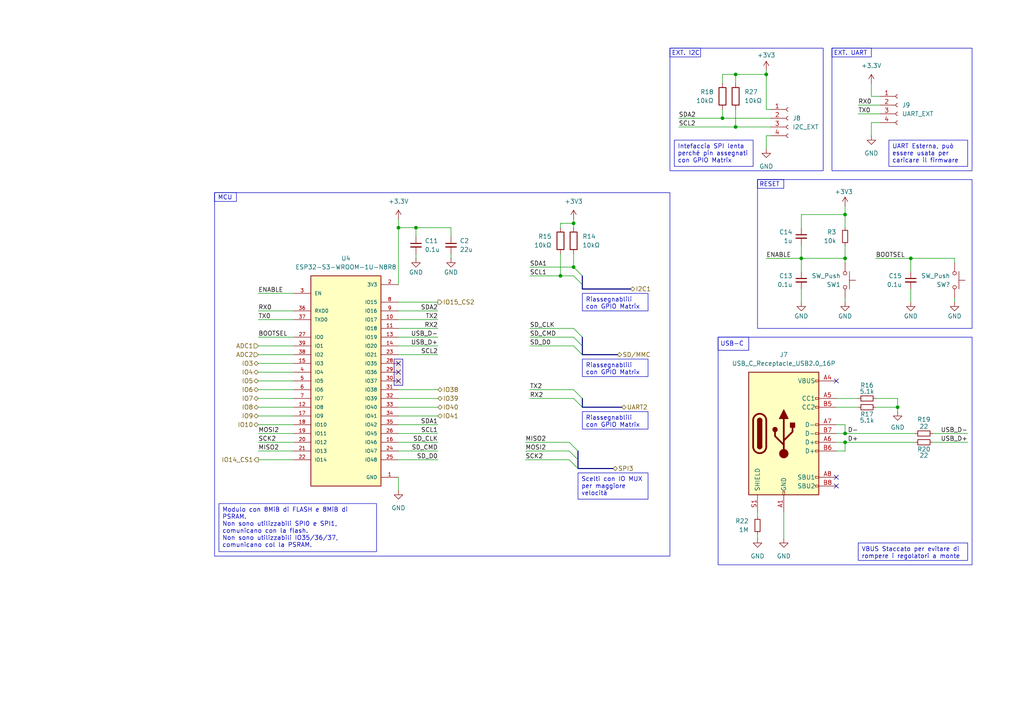
<source format=kicad_sch>
(kicad_sch (version 20250114) (generator "eeschema") (generator_version "9.0")
  (paper "A4")
  (lib_symbols
    (symbol "Connector:Conn_01x04_Socket" (pin_names (offset 1.016) (hide yes))
      (property "Reference" "J" (at 0 5.08 0))
      (property "Value" "Conn_01x04_Socket" (at 0 -7.62 0))
      (symbol "Conn_01x04_Socket_1_1"
        (polyline (pts (xy -1.27 2.54) (xy -0.508 2.54)) (stroke (width 0.1524)))
        (polyline (pts (xy -1.27 0) (xy -0.508 0)) (stroke (width 0.1524)))
        (polyline (pts (xy -1.27 -2.54) (xy -0.508 -2.54)) (stroke (width 0.1524)))
        (polyline (pts (xy -1.27 -5.08) (xy -0.508 -5.08)) (stroke (width 0.1524)))
        (arc (start 0 2.032) (mid -0.5058 2.54) (end 0 3.048) (stroke (width 0.1524)))
        (arc (start 0 -0.508) (mid -0.5058 0) (end 0 0.508) (stroke (width 0.1524)))
        (arc (start 0 -3.048) (mid -0.5058 -2.54) (end 0 -2.032) (stroke (width 0.1524)))
        (arc (start 0 -5.588) (mid -0.5058 -5.08) (end 0 -4.572) (stroke (width 0.1524)))
        (pin passive line (at -5.08 2.54 0) (length 3.81) (name "Pin_1") (number "1"))
        (pin passive line (at -5.08 0 0) (length 3.81) (name "Pin_2") (number "2"))
        (pin passive line (at -5.08 -2.54 0) (length 3.81) (name "Pin_3") (number "3"))
        (pin passive line (at -5.08 -5.08 0) (length 3.81) (name "Pin_4") (number "4"))
      )
    )
    (symbol "Connector:USB_C_Receptacle_USB2.0_16P" (pin_names (offset 1.016))
      (property "Reference" "J" (at 0 22.225 0))
      (property "Value" "USB_C_Receptacle_USB2.0_16P" (at 0 19.685 0))
      (symbol "USB_C_Receptacle_USB2.0_16P_0_0"
        (rectangle (start -0.254 -17.78) (end 0.254 -16.764))
        (rectangle (start 10.16 15.494) (end 9.144 14.986))
        (rectangle (start 10.16 10.414) (end 9.144 9.906))
        (rectangle (start 10.16 7.874) (end 9.144 7.366))
        (rectangle (start 10.16 2.794) (end 9.144 2.286))
        (rectangle (start 10.16 0.254) (end 9.144 -0.254))
        (rectangle (start 10.16 -2.286) (end 9.144 -2.794))
        (rectangle (start 10.16 -4.826) (end 9.144 -5.334))
        (rectangle (start 10.16 -12.446) (end 9.144 -12.954))
        (rectangle (start 10.16 -14.986) (end 9.144 -15.494))
      )
      (symbol "USB_C_Receptacle_USB2.0_16P_0_1"
        (rectangle (start -10.16 17.78) (end 10.16 -17.78) (stroke (width 0.254)) (fill (type background)))
        (polyline (pts (xy -8.89 -3.81) (xy -8.89 3.81)) (stroke (width 0.508)))
        (rectangle (start -7.62 -3.81) (end -6.35 3.81) (stroke (width 0.254)) (fill (type outline)))
        (arc (start -7.62 3.81) (mid -6.985 4.4423) (end -6.35 3.81) (stroke (width 0.254)))
        (arc (start -7.62 3.81) (mid -6.985 4.4423) (end -6.35 3.81) (stroke (width 0.254)) (fill (type outline)))
        (arc (start -8.89 3.81) (mid -6.985 5.7067) (end -5.08 3.81) (stroke (width 0.508)))
        (arc (start -5.08 -3.81) (mid -6.985 -5.7067) (end -8.89 -3.81) (stroke (width 0.508)))
        (arc (start -6.35 -3.81) (mid -6.985 -4.4423) (end -7.62 -3.81) (stroke (width 0.254)))
        (arc (start -6.35 -3.81) (mid -6.985 -4.4423) (end -7.62 -3.81) (stroke (width 0.254)) (fill (type outline)))
        (polyline (pts (xy -5.08 3.81) (xy -5.08 -3.81)) (stroke (width 0.508)))
        (circle (center -2.54 1.143) (radius 0.635) (stroke (width 0.254)) (fill (type outline)))
        (polyline (pts (xy -1.27 4.318) (xy 0 6.858) (xy 1.27 4.318) (xy -1.27 4.318)) (stroke (width 0.254)) (fill (type outline)))
        (polyline (pts (xy 0 -2.032) (xy 2.54 0.508) (xy 2.54 1.778)) (stroke (width 0.508)))
        (polyline (pts (xy 0 -3.302) (xy -2.54 -0.762) (xy -2.54 0.508)) (stroke (width 0.508)))
        (polyline (pts (xy 0 -5.842) (xy 0 4.318)) (stroke (width 0.508)))
        (circle (center 0 -5.842) (radius 1.27) (fill (type outline)))
        (rectangle (start 1.905 1.778) (end 3.175 3.048) (stroke (width 0.254)) (fill (type outline)))
      )
      (symbol "USB_C_Receptacle_USB2.0_16P_1_1"
        (pin passive line (at -7.62 -22.86 90) (length 5.08) (name "SHIELD") (number "S1"))
        (pin passive line (at 0 -22.86 90) (length 5.08) (name "GND") (number "A1"))
        (pin passive line (at 0 -22.86 90) (length 5.08) (hide yes) (name "GND") (number "A12"))
        (pin passive line (at 0 -22.86 90) (length 5.08) (hide yes) (name "GND") (number "B1"))
        (pin passive line (at 0 -22.86 90) (length 5.08) (hide yes) (name "GND") (number "B12"))
        (pin passive line (at 15.24 15.24 180) (length 5.08) (name "VBUS") (number "A4"))
        (pin passive line (at 15.24 15.24 180) (length 5.08) (hide yes) (name "VBUS") (number "A9"))
        (pin passive line (at 15.24 15.24 180) (length 5.08) (hide yes) (name "VBUS") (number "B4"))
        (pin passive line (at 15.24 15.24 180) (length 5.08) (hide yes) (name "VBUS") (number "B9"))
        (pin bidirectional line (at 15.24 10.16 180) (length 5.08) (name "CC1") (number "A5"))
        (pin bidirectional line (at 15.24 7.62 180) (length 5.08) (name "CC2") (number "B5"))
        (pin bidirectional line (at 15.24 2.54 180) (length 5.08) (name "D-") (number "A7"))
        (pin bidirectional line (at 15.24 0 180) (length 5.08) (name "D-") (number "B7"))
        (pin bidirectional line (at 15.24 -2.54 180) (length 5.08) (name "D+") (number "A6"))
        (pin bidirectional line (at 15.24 -5.08 180) (length 5.08) (name "D+") (number "B6"))
        (pin bidirectional line (at 15.24 -12.7 180) (length 5.08) (name "SBU1") (number "A8"))
        (pin bidirectional line (at 15.24 -15.24 180) (length 5.08) (name "SBU2") (number "B8"))
      )
    )
    (symbol "Device:C_Small" (pin_numbers (hide yes)) (pin_names (offset 0.254) (hide yes))
      (property "Reference" "C" (at 0.254 1.778 0))
      (property "Value" "C_Small" (at 0.254 -2.032 0))
      (symbol "C_Small_0_1"
        (polyline (pts (xy -1.524 0.508) (xy 1.524 0.508)) (stroke (width 0.3048)))
        (polyline (pts (xy -1.524 -0.508) (xy 1.524 -0.508)) (stroke (width 0.3302)))
      )
      (symbol "C_Small_1_1"
        (pin passive line (at 0 2.54 270) (length 2.032) (name "~") (number "1"))
        (pin passive line (at 0 -2.54 90) (length 2.032) (name "~") (number "2"))
      )
    )
    (symbol "Device:R" (pin_numbers (hide yes)) (pin_names (offset 0))
      (property "Reference" "R" (at 2.032 0 90))
      (property "Value" "R" (at 0 0 90))
      (symbol "R_0_1"
        (rectangle (start -1.016 -2.54) (end 1.016 2.54) (stroke (width 0.254)))
      )
      (symbol "R_1_1"
        (pin passive line (at 0 3.81 270) (length 1.27) (name "~") (number "1"))
        (pin passive line (at 0 -3.81 90) (length 1.27) (name "~") (number "2"))
      )
    )
    (symbol "Device:R_Small" (pin_numbers (hide yes)) (pin_names (offset 0.254) (hide yes))
      (property "Reference" "R" (at 0 0 90))
      (property "Value" "R_Small" (at 1.778 0 90))
      (symbol "R_Small_0_1"
        (rectangle (start -0.762 1.778) (end 0.762 -1.778) (stroke (width 0.2032)))
      )
      (symbol "R_Small_1_1"
        (pin passive line (at 0 2.54 270) (length 0.762) (name "~") (number "1"))
        (pin passive line (at 0 -2.54 90) (length 0.762) (name "~") (number "2"))
      )
    )
    (symbol "ESP32-S3-WROOM-1U-N8R8_1" (pin_names (offset 1.016))
      (property "Reference" "U" (at -10.16 31.242 0))
      (property "Value" "ESP32-S3-WROOM-1U-N8R8" (at -10.16 -33.02 0))
      (symbol "ESP32-S3-WROOM-1U-N8R8_1_0_0"
        (rectangle (start -10.16 -30.48) (end 10.16 30.48) (stroke (width 0.254)) (fill (type background)))
        (pin input line (at -15.24 25.4 0) (length 5.08) (name "EN") (number "3"))
        (pin bidirectional line (at -15.24 20.32 0) (length 5.08) (name "RXD0") (number "36"))
        (pin bidirectional line (at -15.24 17.78 0) (length 5.08) (name "TXD0") (number "37"))
        (pin bidirectional line (at -15.24 12.7 0) (length 5.08) (name "IO0") (number "27"))
        (pin bidirectional line (at -15.24 10.16 0) (length 5.08) (name "IO1") (number "39"))
        (pin bidirectional line (at -15.24 7.62 0) (length 5.08) (name "IO2") (number "38"))
        (pin bidirectional line (at -15.24 5.08 0) (length 5.08) (name "IO3") (number "15"))
        (pin bidirectional line (at -15.24 2.54 0) (length 5.08) (name "IO4") (number "4"))
        (pin bidirectional line (at -15.24 0 0) (length 5.08) (name "IO5") (number "5"))
        (pin bidirectional line (at -15.24 -2.54 0) (length 5.08) (name "IO6") (number "6"))
        (pin bidirectional line (at -15.24 -5.08 0) (length 5.08) (name "IO7") (number "7"))
        (pin bidirectional line (at -15.24 -7.62 0) (length 5.08) (name "IO8") (number "12"))
        (pin bidirectional line (at -15.24 -10.16 0) (length 5.08) (name "IO9") (number "17"))
        (pin bidirectional line (at -15.24 -12.7 0) (length 5.08) (name "IO10") (number "18"))
        (pin bidirectional line (at -15.24 -15.24 0) (length 5.08) (name "IO11") (number "19"))
        (pin bidirectional line (at -15.24 -17.78 0) (length 5.08) (name "IO12") (number "20"))
        (pin bidirectional line (at -15.24 -20.32 0) (length 5.08) (name "IO13") (number "21"))
        (pin bidirectional line (at -15.24 -22.86 0) (length 5.08) (name "IO14") (number "22"))
        (pin power_in line (at 15.24 27.94 180) (length 5.08) (name "3V3") (number "2"))
        (pin bidirectional line (at 15.24 22.86 180) (length 5.08) (name "IO15") (number "8"))
        (pin bidirectional line (at 15.24 20.32 180) (length 5.08) (name "IO16") (number "9"))
        (pin bidirectional line (at 15.24 17.78 180) (length 5.08) (name "IO17") (number "10"))
        (pin bidirectional line (at 15.24 15.24 180) (length 5.08) (name "IO18") (number "11"))
        (pin bidirectional line (at 15.24 12.7 180) (length 5.08) (name "IO19") (number "13"))
        (pin bidirectional line (at 15.24 10.16 180) (length 5.08) (name "IO20") (number "14"))
        (pin bidirectional line (at 15.24 7.62 180) (length 5.08) (name "IO21") (number "23"))
        (pin bidirectional line (at 15.24 5.08 180) (length 5.08) (name "IO35") (number "28"))
        (pin bidirectional line (at 15.24 2.54 180) (length 5.08) (name "IO36") (number "29"))
        (pin bidirectional line (at 15.24 0 180) (length 5.08) (name "IO37") (number "30"))
        (pin bidirectional line (at 15.24 -2.54 180) (length 5.08) (name "IO38") (number "31"))
        (pin bidirectional line (at 15.24 -5.08 180) (length 5.08) (name "IO39") (number "32"))
        (pin bidirectional line (at 15.24 -7.62 180) (length 5.08) (name "IO40") (number "33"))
        (pin bidirectional line (at 15.24 -10.16 180) (length 5.08) (name "IO41") (number "34"))
        (pin bidirectional line (at 15.24 -12.7 180) (length 5.08) (name "IO42") (number "35"))
        (pin bidirectional line (at 15.24 -15.24 180) (length 5.08) (name "IO45") (number "26"))
        (pin bidirectional line (at 15.24 -17.78 180) (length 5.08) (name "IO46") (number "16"))
        (pin bidirectional line (at 15.24 -20.32 180) (length 5.08) (name "IO47") (number "24"))
        (pin bidirectional line (at 15.24 -22.86 180) (length 5.08) (name "IO48") (number "25"))
        (pin power_in line (at 15.24 -27.94 180) (length 5.08) (name "GND") (number "1"))
        (pin power_in line (at 15.24 -27.94 180) (length 5.08) (hide yes) (name "GND") (number "40"))
        (pin power_in line (at 15.24 -27.94 180) (length 5.08) (hide yes) (name "GND") (number "41_1"))
        (pin power_in line (at 15.24 -27.94 180) (length 5.08) (hide yes) (name "GND") (number "41_2"))
        (pin power_in line (at 15.24 -27.94 180) (length 5.08) (hide yes) (name "GND") (number "41_3"))
        (pin power_in line (at 15.24 -27.94 180) (length 5.08) (hide yes) (name "GND") (number "41_4"))
        (pin power_in line (at 15.24 -27.94 180) (length 5.08) (hide yes) (name "GND") (number "41_5"))
        (pin power_in line (at 15.24 -27.94 180) (length 5.08) (hide yes) (name "GND") (number "41_6"))
        (pin power_in line (at 15.24 -27.94 180) (length 5.08) (hide yes) (name "GND") (number "41_7"))
        (pin power_in line (at 15.24 -27.94 180) (length 5.08) (hide yes) (name "GND") (number "41_8"))
        (pin power_in line (at 15.24 -27.94 180) (length 5.08) (hide yes) (name "GND") (number "41_9"))
      )
    )
    (symbol "Switch:SW_Push" (pin_numbers (hide yes)) (pin_names (offset 1.016) (hide yes))
      (property "Reference" "SW" (at 1.27 2.54 0))
      (property "Value" "SW_Push" (at 0 -1.524 0))
      (symbol "SW_Push_0_1"
        (circle (center -2.032 0) (radius 0.508))
        (polyline (pts (xy 0 1.27) (xy 0 3.048)))
        (circle (center 2.032 0) (radius 0.508))
        (polyline (pts (xy 2.54 1.27) (xy -2.54 1.27)))
        (pin passive line (at -5.08 0 0) (length 2.54) (name "1") (number "1"))
        (pin passive line (at 5.08 0 180) (length 2.54) (name "2") (number "2"))
      )
    )
    (symbol "power:+3.3V" (power) (pin_numbers (hide yes)) (pin_names (offset 0) (hide yes))
      (property "Value" "+3.3V" (at 0 3.556 0))
      (symbol "+3.3V_0_1"
        (polyline (pts (xy -0.762 1.27) (xy 0 2.54)))
        (polyline (pts (xy 0 2.54) (xy 0.762 1.27)))
        (polyline (pts (xy 0 0) (xy 0 2.54)))
      )
      (symbol "+3.3V_1_1"
        (pin power_in line (at 0 0 90) (length 0) (name "~") (number "1"))
      )
    )
    (symbol "power:+3V3" (power) (pin_numbers (hide yes)) (pin_names (offset 0) (hide yes))
      (property "Value" "+3V3" (at 0 3.556 0))
      (symbol "+3V3_0_1"
        (polyline (pts (xy -0.762 1.27) (xy 0 2.54)))
        (polyline (pts (xy 0 2.54) (xy 0.762 1.27)))
        (polyline (pts (xy 0 0) (xy 0 2.54)))
      )
      (symbol "+3V3_1_1"
        (pin power_in line (at 0 0 90) (length 0) (name "~") (number "1"))
      )
    )
    (symbol "power:GND" (power) (pin_numbers (hide yes)) (pin_names (offset 0) (hide yes))
      (property "Value" "GND" (at 0 -3.81 0))
      (symbol "GND_0_1"
        (polyline (pts (xy 0 0) (xy 0 -1.27) (xy 1.27 -1.27) (xy 0 -2.54) (xy -1.27 -1.27) (xy 0 -1.27)))
      )
      (symbol "GND_1_1"
        (pin power_in line (at 0 0 270) (length 0) (name "~") (number "1"))
      )
    )
  )
  (rectangle (start 241.3 13.97) (end 252.73 16.51))
  (rectangle (start 194.31 13.97) (end 203.2 16.51))
  (rectangle (start 62.23 55.88) (end 194.31 161.29))
  (rectangle (start 241.3 13.97) (end 281.94 49.53))
  (rectangle (start 219.71 52.07) (end 227.33 54.61))
  (rectangle (start 219.71 52.07) (end 281.94 95.25))
  (rectangle (start 194.31 13.97) (end 238.76 49.53))
  (rectangle (start 208.28 97.79) (end 281.94 163.83))
  (rectangle (start 208.28 97.79) (end 217.17 101.6))
  (rectangle (start 114.3 104.14) (end 116.84 111.76) (fill (type color) (color 204 102 0 0.15)))
  (rectangle (start 62.23 55.88) (end 68.58 58.42))
  (text "RESET" (at 220.218 53.594 0) (effects (font (size 1.27 1.27)) (justify left)))
  (text "EXT. I2C" (at 194.818 15.494 0) (effects (font (size 1.27 1.27)) (justify left)))
  (text "USB-C" (at 212.344 99.822 0) (effects (font (size 1.27 1.27))))
  (text "MCU" (at 65.278 57.404 0) (effects (font (size 1.27 1.27))))
  (text "EXT. UART" (at 241.808 15.494 0) (effects (font (size 1.27 1.27)) (justify left)))
  (text_box "UART Esterna, può essere usata per caricare il firmware" (at 257.81 40.64 0) (size 22.86 7.62) (margins 0.9525 0.9525 0.9525 0.9525) (effects (font (size 1.27 1.27)) (justify left top)))
  (text_box "VBUS Staccato per evitare di rompere i regolatori a monte\n" (at 248.92 157.48 0) (size 31.75 5.08) (margins 0.9525 0.9525 0.9525 0.9525) (effects (font (size 1.27 1.27)) (justify left top)))
  (text_box "Riassegnablili con GPIO Matrix" (at 168.91 104.14 0) (size 19.05 5.08) (margins 0.9525 0.9525 0.9525 0.9525) (effects (font (size 1.27 1.27)) (justify left top)))
  (text_box "Intefaccia SPI lenta perché pin assegnati con GPIO Matrix" (at 195.58 40.64 0) (size 22.86 7.62) (margins 0.9525 0.9525 0.9525 0.9525) (effects (font (size 1.27 1.27)) (justify left top)))
  (text_box "Riassegnablili con GPIO Matrix" (at 168.91 85.09 0) (size 19.05 5.08) (margins 0.9525 0.9525 0.9525 0.9525) (effects (font (size 1.27 1.27)) (justify left top)))
  (text_box "Scelti con IO MUX per maggiore velocità" (at 167.64 137.16 0) (size 20.32 7.62) (margins 0.9525 0.9525 0.9525 0.9525) (effects (font (size 1.27 1.27)) (justify left top)))
  (text_box "Riassegnablili con GPIO Matrix" (at 168.91 119.38 0) (size 19.05 5.08) (margins 0.9525 0.9525 0.9525 0.9525) (effects (font (size 1.27 1.27)) (justify left top)))
  (text_box "Modulo con 8MiB di FLASH e 8MiB di PSRAM.\nNon sono utilizzabili SPI0 e SPI1, comunicano con la flash.\nNon sono utilizzabili IO35/36/37, comunicano col la PSRAM.\n" (at 63.5 146.05 0) (size 45.72 13.97) (margins 0.9525 0.9525 0.9525 0.9525) (effects (font (size 1.27 1.27)) (justify left top)))
  (junction (at 264.16 74.93))
  (junction (at 232.41 74.93))
  (junction (at 115.57 66.04))
  (junction (at 209.55 34.29))
  (junction (at 213.36 36.83))
  (junction (at 166.37 64.77))
  (junction (at 245.11 128.27))
  (junction (at 213.36 21.59))
  (junction (at 245.11 62.23))
  (junction (at 260.35 118.11))
  (junction (at 120.65 66.04))
  (junction (at 222.25 21.59))
  (junction (at 245.11 74.93))
  (junction (at 166.37 77.47))
  (junction (at 162.56 80.01))
  (junction (at 245.11 125.73))
  (no_connect (at 242.57 110.49))
  (no_connect (at 115.57 110.49))
  (no_connect (at 115.57 105.41))
  (no_connect (at 242.57 138.43))
  (no_connect (at 115.57 107.95))
  (no_connect (at 242.57 140.97))
  (bus_entry (at 166.37 95.25) (size 2.54 2.54))
  (bus_entry (at 165.1 130.81) (size 2.54 2.54))
  (bus_entry (at 165.1 133.35) (size 2.54 2.54))
  (bus_entry (at 166.37 97.79) (size 2.54 2.54))
  (bus_entry (at 166.37 115.57) (size 2.54 2.54))
  (bus_entry (at 166.37 113.03) (size 2.54 2.54))
  (bus_entry (at 166.37 77.47) (size 2.54 2.54))
  (bus_entry (at 166.37 100.33) (size 2.54 2.54))
  (bus_entry (at 166.37 80.01) (size 2.54 2.54))
  (bus_entry (at 165.1 128.27) (size 2.54 2.54))
  (wire (pts (xy 130.81 74.93) (xy 130.81 73.66)))
  (wire (pts (xy 74.93 107.95) (xy 85.09 107.95)))
  (wire (pts (xy 222.25 74.93) (xy 232.41 74.93)))
  (wire (pts (xy 74.93 90.17) (xy 85.09 90.17)))
  (wire (pts (xy 213.36 21.59) (xy 222.25 21.59)))
  (wire (pts (xy 115.57 125.73) (xy 127 125.73)))
  (wire (pts (xy 245.11 62.23) (xy 245.11 66.04)))
  (wire (pts (xy 245.11 125.73) (xy 265.43 125.73)))
  (wire (pts (xy 115.57 120.65) (xy 127 120.65)))
  (wire (pts (xy 115.57 95.25) (xy 127 95.25)))
  (wire (pts (xy 252.73 35.56) (xy 252.73 39.37)))
  (bus (pts (xy 168.91 115.57) (xy 168.91 118.11)))
  (wire (pts (xy 232.41 74.93) (xy 232.41 78.74)))
  (wire (pts (xy 232.41 62.23) (xy 245.11 62.23)))
  (wire (pts (xy 222.25 21.59) (xy 222.25 20.32)))
  (wire (pts (xy 127 87.63) (xy 115.57 87.63)))
  (wire (pts (xy 152.4 133.35) (xy 165.1 133.35)))
  (wire (pts (xy 213.36 31.75) (xy 213.36 36.83)))
  (wire (pts (xy 245.11 125.73) (xy 245.11 123.19)))
  (wire (pts (xy 242.57 118.11) (xy 248.92 118.11)))
  (wire (pts (xy 74.93 118.11) (xy 85.09 118.11)))
  (wire (pts (xy 222.25 39.37) (xy 222.25 43.18)))
  (wire (pts (xy 153.67 95.25) (xy 166.37 95.25)))
  (wire (pts (xy 115.57 113.03) (xy 127 113.03)))
  (wire (pts (xy 166.37 64.77) (xy 166.37 66.04)))
  (wire (pts (xy 255.27 27.94) (xy 252.73 27.94)))
  (wire (pts (xy 232.41 71.12) (xy 232.41 74.93)))
  (wire (pts (xy 74.93 110.49) (xy 85.09 110.49)))
  (wire (pts (xy 162.56 64.77) (xy 162.56 66.04)))
  (wire (pts (xy 254 118.11) (xy 260.35 118.11)))
  (bus (pts (xy 177.8 135.89) (xy 167.64 135.89)))
  (wire (pts (xy 252.73 24.13) (xy 252.73 27.94)))
  (wire (pts (xy 248.92 30.48) (xy 255.27 30.48)))
  (wire (pts (xy 276.86 87.63) (xy 276.86 86.36)))
  (wire (pts (xy 120.65 74.93) (xy 120.65 73.66)))
  (wire (pts (xy 74.93 123.19) (xy 85.09 123.19)))
  (wire (pts (xy 245.11 123.19) (xy 242.57 123.19)))
  (wire (pts (xy 222.25 31.75) (xy 222.25 21.59)))
  (bus (pts (xy 168.91 100.33) (xy 168.91 102.87)))
  (wire (pts (xy 74.93 130.81) (xy 85.09 130.81)))
  (wire (pts (xy 242.57 125.73) (xy 245.11 125.73)))
  (wire (pts (xy 213.36 21.59) (xy 213.36 24.13)))
  (wire (pts (xy 74.93 100.33) (xy 85.09 100.33)))
  (wire (pts (xy 219.71 154.94) (xy 219.71 156.21)))
  (wire (pts (xy 232.41 66.04) (xy 232.41 62.23)))
  (wire (pts (xy 245.11 74.93) (xy 245.11 76.2)))
  (wire (pts (xy 120.65 66.04) (xy 130.81 66.04)))
  (wire (pts (xy 153.67 115.57) (xy 166.37 115.57)))
  (wire (pts (xy 242.57 115.57) (xy 248.92 115.57)))
  (wire (pts (xy 260.35 115.57) (xy 260.35 118.11)))
  (wire (pts (xy 115.57 92.71) (xy 127 92.71)))
  (wire (pts (xy 245.11 71.12) (xy 245.11 74.93)))
  (wire (pts (xy 153.67 113.03) (xy 166.37 113.03)))
  (wire (pts (xy 209.55 21.59) (xy 209.55 24.13)))
  (wire (pts (xy 74.93 115.57) (xy 85.09 115.57)))
  (wire (pts (xy 115.57 130.81) (xy 127 130.81)))
  (wire (pts (xy 115.57 123.19) (xy 127 123.19)))
  (wire (pts (xy 264.16 74.93) (xy 276.86 74.93)))
  (wire (pts (xy 115.57 90.17) (xy 127 90.17)))
  (wire (pts (xy 255.27 35.56) (xy 252.73 35.56)))
  (wire (pts (xy 245.11 128.27) (xy 242.57 128.27)))
  (wire (pts (xy 74.93 85.09) (xy 85.09 85.09)))
  (wire (pts (xy 152.4 128.27) (xy 165.1 128.27)))
  (bus (pts (xy 168.91 97.79) (xy 168.91 100.33)))
  (wire (pts (xy 196.85 34.29) (xy 209.55 34.29)))
  (bus (pts (xy 168.91 80.01) (xy 168.91 82.55)))
  (wire (pts (xy 115.57 115.57) (xy 127 115.57)))
  (wire (pts (xy 219.71 149.86) (xy 219.71 148.59)))
  (wire (pts (xy 166.37 80.01) (xy 162.56 80.01)))
  (wire (pts (xy 162.56 80.01) (xy 153.67 80.01)))
  (wire (pts (xy 166.37 64.77) (xy 162.56 64.77)))
  (wire (pts (xy 260.35 118.11) (xy 260.35 119.38)))
  (bus (pts (xy 180.34 118.11) (xy 168.91 118.11)))
  (wire (pts (xy 74.93 102.87) (xy 85.09 102.87)))
  (wire (pts (xy 254 115.57) (xy 260.35 115.57)))
  (wire (pts (xy 166.37 63.5) (xy 166.37 64.77)))
  (wire (pts (xy 223.52 39.37) (xy 222.25 39.37)))
  (wire (pts (xy 74.93 125.73) (xy 85.09 125.73)))
  (bus (pts (xy 182.88 83.82) (xy 168.91 83.82)))
  (wire (pts (xy 276.86 74.93) (xy 276.86 76.2)))
  (wire (pts (xy 196.85 36.83) (xy 213.36 36.83)))
  (wire (pts (xy 264.16 74.93) (xy 264.16 78.74)))
  (wire (pts (xy 115.57 66.04) (xy 120.65 66.04)))
  (wire (pts (xy 223.52 31.75) (xy 222.25 31.75)))
  (wire (pts (xy 227.33 148.59) (xy 227.33 156.21)))
  (wire (pts (xy 232.41 83.82) (xy 232.41 87.63)))
  (wire (pts (xy 74.93 128.27) (xy 85.09 128.27)))
  (wire (pts (xy 153.67 100.33) (xy 166.37 100.33)))
  (wire (pts (xy 115.57 66.04) (xy 115.57 63.5)))
  (wire (pts (xy 245.11 59.69) (xy 245.11 62.23)))
  (wire (pts (xy 242.57 130.81) (xy 245.11 130.81)))
  (wire (pts (xy 166.37 73.66) (xy 166.37 77.47)))
  (wire (pts (xy 152.4 130.81) (xy 165.1 130.81)))
  (wire (pts (xy 74.93 120.65) (xy 85.09 120.65)))
  (wire (pts (xy 85.09 97.79) (xy 74.93 97.79)))
  (bus (pts (xy 167.64 130.81) (xy 167.64 133.35)))
  (wire (pts (xy 115.57 100.33) (xy 127 100.33)))
  (wire (pts (xy 245.11 87.63) (xy 245.11 86.36)))
  (wire (pts (xy 264.16 83.82) (xy 264.16 87.63)))
  (wire (pts (xy 270.51 125.73) (xy 280.67 125.73)))
  (wire (pts (xy 74.93 133.35) (xy 85.09 133.35)))
  (wire (pts (xy 115.57 97.79) (xy 127 97.79)))
  (wire (pts (xy 115.57 138.43) (xy 115.57 142.24)))
  (wire (pts (xy 209.55 34.29) (xy 223.52 34.29)))
  (bus (pts (xy 168.91 82.55) (xy 168.91 83.82)))
  (wire (pts (xy 115.57 118.11) (xy 127 118.11)))
  (wire (pts (xy 213.36 36.83) (xy 223.52 36.83)))
  (wire (pts (xy 209.55 31.75) (xy 209.55 34.29)))
  (wire (pts (xy 130.81 68.58) (xy 130.81 66.04)))
  (wire (pts (xy 254 74.93) (xy 264.16 74.93)))
  (wire (pts (xy 248.92 33.02) (xy 255.27 33.02)))
  (wire (pts (xy 245.11 130.81) (xy 245.11 128.27)))
  (wire (pts (xy 115.57 133.35) (xy 127 133.35)))
  (wire (pts (xy 270.51 128.27) (xy 280.67 128.27)))
  (wire (pts (xy 232.41 74.93) (xy 245.11 74.93)))
  (wire (pts (xy 115.57 102.87) (xy 127 102.87)))
  (wire (pts (xy 115.57 128.27) (xy 127 128.27)))
  (wire (pts (xy 166.37 77.47) (xy 153.67 77.47)))
  (wire (pts (xy 153.67 97.79) (xy 166.37 97.79)))
  (wire (pts (xy 245.11 128.27) (xy 265.43 128.27)))
  (wire (pts (xy 74.93 92.71) (xy 85.09 92.71)))
  (wire (pts (xy 209.55 21.59) (xy 213.36 21.59)))
  (wire (pts (xy 74.93 105.41) (xy 85.09 105.41)))
  (bus (pts (xy 179.07 102.87) (xy 168.91 102.87)))
  (wire (pts (xy 74.93 113.03) (xy 85.09 113.03)))
  (wire (pts (xy 115.57 82.55) (xy 115.57 66.04)))
  (wire (pts (xy 120.65 68.58) (xy 120.65 66.04)))
  (wire (pts (xy 162.56 73.66) (xy 162.56 80.01)))
  (bus (pts (xy 167.64 133.35) (xy 167.64 135.89)))
  (label "TX0" (at 248.92 33.02 0))
  (label "SD_D0" (at 127 133.35 180))
  (label "MISO2" (at 152.4 128.27 0))
  (label "MISO2" (at 74.93 130.81 0))
  (label "MOSI2" (at 74.93 125.73 0))
  (label "BOOTSEL" (at 254 74.93 0))
  (label "BOOTSEL" (at 74.93 97.79 0))
  (label "ENABLE" (at 74.93 85.09 0))
  (label "RX2" (at 127 95.25 180))
  (label "USB_D-" (at 127 97.79 180))
  (label "SD_CMD" (at 153.67 97.79 0))
  (label "SD_CLK" (at 153.67 95.25 0))
  (label "SDA1" (at 153.67 77.47 0))
  (label "SDA2" (at 127 90.17 180))
  (label "SD_CMD" (at 127 130.81 180))
  (label "TX2" (at 127 92.71 180))
  (label "SCL2" (at 196.85 36.83 0))
  (label "TX2" (at 153.67 113.03 0))
  (label "SCL1" (at 153.67 80.01 0))
  (label "TX0" (at 74.93 92.71 0))
  (label "SDA2" (at 196.85 34.29 0))
  (label "USB_D+" (at 127 100.33 180))
  (label "RX2" (at 153.67 115.57 0))
  (label "RX0" (at 248.92 30.48 0))
  (label "D-" (at 248.92 125.73 180))
  (label "SDA1" (at 127 123.19 180))
  (label "SD_D0" (at 153.67 100.33 0))
  (label "SCK2" (at 74.93 128.27 0))
  (label "SD_CLK" (at 127 128.27 180))
  (label "SCL2" (at 127 102.87 180))
  (label "SCL1" (at 127 125.73 180))
  (label "D+" (at 248.92 128.27 180))
  (label "MOSI2" (at 152.4 130.81 0))
  (label "USB_D+" (at 280.67 128.27 180))
  (label "ENABLE" (at 222.25 74.93 0))
  (label "USB_D-" (at 280.67 125.73 180))
  (label "RX0" (at 74.93 90.17 0))
  (label "SCK2" (at 152.4 133.35 0))
  (hierarchical_label "IO40" (shape bidirectional) (at 127 118.11 0))
  (hierarchical_label "IO41" (shape bidirectional) (at 127 120.65 0))
  (hierarchical_label "IO4" (shape bidirectional) (at 74.93 107.95 180))
  (hierarchical_label "IO39" (shape bidirectional) (at 127 115.57 0))
  (hierarchical_label "ADC1" (shape input) (at 74.93 100.33 180))
  (hierarchical_label "IO7" (shape bidirectional) (at 74.93 115.57 180))
  (hierarchical_label "SD{slash}MMC" (shape bidirectional) (at 179.07 102.87 0))
  (hierarchical_label "IO10" (shape bidirectional) (at 74.93 123.19 180))
  (hierarchical_label "IO3" (shape bidirectional) (at 74.93 105.41 180))
  (hierarchical_label "IO6" (shape bidirectional) (at 74.93 113.03 180))
  (hierarchical_label "IO5" (shape bidirectional) (at 74.93 110.49 180))
  (hierarchical_label "IO38" (shape bidirectional) (at 127 113.03 0))
  (hierarchical_label "UART2" (shape bidirectional) (at 180.34 118.11 0))
  (hierarchical_label "IO9" (shape bidirectional) (at 74.93 120.65 180))
  (hierarchical_label "ADC2" (shape input) (at 74.93 102.87 180))
  (hierarchical_label "IO14_CS1" (shape output) (at 74.93 133.35 180))
  (hierarchical_label "I2C1" (shape bidirectional) (at 182.88 83.82 0))
  (hierarchical_label "SPI3" (shape bidirectional) (at 177.8 135.89 0))
  (hierarchical_label "IO15_CS2" (shape output) (at 127 87.63 0))
  (hierarchical_label "IO8" (shape bidirectional) (at 74.93 118.11 180))
  (symbol (lib_id "power:GND") (at 219.71 156.21 0) (unit 1)
    (property "Reference" "#PWR031" (effects (hide yes)))
    (property "Value" "GND" (at 219.71 161.29 0))
    (property "Description" "Power symbol creates a global label with name \"GND\" , ground" (effects (hide yes)))
  )
  (symbol (lib_id "power:+3V3") (at 222.25 20.32 0) (mirror y) (unit 1)
    (property "Reference" "#PWR065" (effects (hide yes)))
    (property "Value" "+3V3" (at 222.25 16.002 0))
    (property "Description" "Power symbol creates a global label with name \"+3V3\"" (effects (hide yes)))
  )
  (symbol (lib_id "power:GND") (at 245.11 87.63 0) (mirror y) (unit 1)
    (property "Reference" "#PWR048" (effects (hide yes)))
    (property "Value" "GND" (at 245.11 91.694 0))
    (property "Description" "Power symbol creates a global label with name \"GND\" , ground" (effects (hide yes)))
  )
  (symbol (lib_id "Device:R_Small") (at 251.46 115.57 270) (mirror x) (unit 1)
    (property "Reference" "R16" (at 251.46 111.76 90))
    (property "Value" "5.1k" (at 251.46 113.538 90))
    (property "Footprint" "Resistor_SMD:R_0603_1608Metric_Pad0.98x0.95mm_HandSolder" (effects (hide yes)))
    (property "Description" "Resistor, small symbol" (effects (hide yes)))
  )
  (symbol (lib_id "power:+3.3V") (at 252.73 24.13 0) (mirror y) (unit 1)
    (property "Reference" "#PWR030" (effects (hide yes)))
    (property "Value" "+3.3V" (at 252.73 19.05 0))
    (property "Description" "Power symbol creates a global label with name \"+3.3V\"" (effects (hide yes)))
  )
  (symbol (lib_id "Device:C_Small") (at 120.65 71.12 0) (unit 1)
    (property "Reference" "C11" (at 123.19 69.8562 0) (effects (justify left)))
    (property "Value" "0.1u" (at 123.19 72.3962 0) (effects (justify left)))
    (property "Footprint" "Capacitor_SMD:C_0603_1608Metric_Pad1.08x0.95mm_HandSolder" (effects (hide yes)))
    (property "Description" "Unpolarized capacitor, small symbol" (effects (hide yes)))
  )
  (symbol (lib_id "Switch:SW_Push") (at 276.86 81.28 270) (unit 1)
    (property "Reference" "SW?" (at 275.59 82.5501 90) (effects (justify right)))
    (property "Value" "SW_Push" (at 275.59 80.0101 90) (effects (justify right)))
    (property "Footprint" "Buttons:C4B1802110" (effects (hide yes)))
    (property "Description" "Push button switch, generic, two pins" (effects (hide yes)))
  )
  (symbol (lib_id "Connector:USB_C_Receptacle_USB2.0_16P") (at 227.33 125.73 0) (unit 1)
    (property "Reference" "J7" (at 227.33 102.87 0))
    (property "Value" "USB_C_Receptacle_USB2.0_16P" (at 227.33 105.41 0))
    (property "Footprint" "Connector_USB:USB_C_Receptacle_G-Switch_GT-USB-7010ASV" (effects (hide yes)))
    (property "Datasheet" "https://www.usb.org/sites/default/files/documents/usb_type-c.zip" (effects (hide yes)))
    (property "Description" "USB 2.0-only 16P Type-C Receptacle connector" (effects (hide yes)))
  )
  (symbol (lib_id "Device:C_Small") (at 264.16 81.28 0) (mirror y) (unit 1)
    (property "Reference" "C15" (at 261.62 80.0162 0) (effects (justify left)))
    (property "Value" "0.1u" (at 261.62 82.5562 0) (effects (justify left)))
    (property "Footprint" "Capacitor_SMD:C_0603_1608Metric_Pad1.08x0.95mm_HandSolder" (effects (hide yes)))
    (property "Description" "Unpolarized capacitor, small symbol" (effects (hide yes)))
  )
  (symbol (lib_id "power:GND") (at 276.86 87.63 0) (unit 1)
    (property "Reference" "#PWR?" (effects (hide yes)))
    (property "Value" "GND" (at 274.828 91.694 0) (effects (justify left)))
    (property "Description" "Power symbol creates a global label with name \"GND\" , ground" (effects (hide yes)))
  )
  (symbol (lib_id "power:GND") (at 264.16 87.63 0) (unit 1)
    (property "Reference" "#PWR0101" (effects (hide yes)))
    (property "Value" "GND" (at 262.128 91.694 0) (effects (justify left)))
    (property "Description" "Power symbol creates a global label with name \"GND\" , ground" (effects (hide yes)))
  )
  (symbol (lib_id "Device:R_Small") (at 267.97 128.27 90) (mirror x) (unit 1)
    (property "Reference" "R20" (at 267.97 130.302 90))
    (property "Value" "22" (at 267.97 132.08 90))
    (property "Footprint" "Resistor_SMD:R_0603_1608Metric_Pad0.98x0.95mm_HandSolder" (effects (hide yes)))
    (property "Description" "Resistor, small symbol" (effects (hide yes)))
  )
  (symbol (lib_id "Device:C_Small") (at 232.41 68.58 0) (mirror y) (unit 1)
    (property "Reference" "C14" (at 229.87 67.3162 0) (effects (justify left)))
    (property "Value" "1u" (at 229.87 69.8562 0) (effects (justify left)))
    (property "Footprint" "Capacitor_SMD:C_0603_1608Metric_Pad1.08x0.95mm_HandSolder" (effects (hide yes)))
    (property "Description" "Unpolarized capacitor, small symbol" (effects (hide yes)))
  )
  (symbol (lib_name "ESP32-S3-WROOM-1U-N8R8_1") (lib_id "ESP32-S3-WROOM-1U-N8R8:ESP32-S3-WROOM-1U-N8R8") (at 100.33 110.49 0) (unit 1)
    (property "Reference" "U4" (at 100.33 74.93 0))
    (property "Value" "ESP32-S3-WROOM-1U-N8R8" (at 100.33 77.47 0))
    (property "Footprint" "ESP32:XCVR_ESP32-S3-WROOM-1U-N8R8" (effects (hide yes)))
    (property "MF" "Espressif Systems" (effects (hide yes)))
    (property "MAXIMUM_PACKAGE_HEIGHT" "3.35mm" (effects (hide yes)))
    (property "Package" "SMD-41 Espressif Systems" (effects (hide yes)))
    (property "Price" "None" (effects (hide yes)))
    (property "Check_prices" "https://www.snapeda.com/parts/ESP32-S3-WROOM-1U-N8R8/Espressif+Systems/view-part/?ref=eda" (effects (hide yes)))
    (property "STANDARD" "Manufacturer Recommendations" (effects (hide yes)))
    (property "PARTREV" "v1.1" (effects (hide yes)))
    (property "SnapEDA_Link" "https://www.snapeda.com/parts/ESP32-S3-WROOM-1U-N8R8/Espressif+Systems/view-part/?ref=snap" (effects (hide yes)))
    (property "MP" "ESP32-S3-WROOM-1U-N8R8" (effects (hide yes)))
    (property "Description_1" "Bluetooth, WiFi 802.11b/g/n, Bluetooth v5.0 Transceiver Module 2.4GHz Antenna Not Included, U.FL Surface Mount" (effects (hide yes)))
    (property "Availability" "In Stock" (effects (hide yes)))
    (property "MANUFACTURER" "Espressif Systems" (effects (hide yes)))
  )
  (symbol (lib_id "Device:R") (at 213.36 27.94 180) (unit 1)
    (property "Reference" "R27" (at 215.9 26.6699 0) (effects (justify right)))
    (property "Value" "10kΩ" (at 215.9 29.2099 0) (effects (justify right)))
    (property "Footprint" "Resistor_SMD:R_0603_1608Metric_Pad0.98x0.95mm_HandSolder" (effects (hide yes)))
    (property "Description" "Resistor" (effects (hide yes)))
  )
  (symbol (lib_id "power:GND") (at 222.25 43.18 0) (unit 1)
    (property "Reference" "#PWR066" (effects (hide yes)))
    (property "Value" "GND" (at 222.25 48.26 0))
    (property "Description" "Power symbol creates a global label with name \"GND\" , ground" (effects (hide yes)))
  )
  (symbol (lib_id "power:+3.3V") (at 115.57 63.5 0) (mirror y) (unit 1)
    (property "Reference" "#PWR032" (effects (hide yes)))
    (property "Value" "+3.3V" (at 115.57 58.42 0))
    (property "Description" "Power symbol creates a global label with name \"+3.3V\"" (effects (hide yes)))
  )
  (symbol (lib_id "power:GND") (at 130.81 74.93 0) (unit 1)
    (property "Reference" "#PWR034" (effects (hide yes)))
    (property "Value" "GND" (at 130.81 78.994 0))
    (property "Description" "Power symbol creates a global label with name \"GND\" , ground" (effects (hide yes)))
  )
  (symbol (lib_id "Device:R_Small") (at 251.46 118.11 90) (mirror x) (unit 1)
    (property "Reference" "R17" (at 251.46 120.142 90))
    (property "Value" "5.1k" (at 251.46 121.92 90))
    (property "Footprint" "Resistor_SMD:R_0603_1608Metric_Pad0.98x0.95mm_HandSolder" (effects (hide yes)))
    (property "Description" "Resistor, small symbol" (effects (hide yes)))
  )
  (symbol (lib_id "Device:R_Small") (at 219.71 152.4 0) (unit 1)
    (property "Reference" "R22" (at 217.17 151.1299 0) (effects (justify right)))
    (property "Value" "1M" (at 217.17 153.6699 0) (effects (justify right)))
    (property "Footprint" "Resistor_SMD:R_0603_1608Metric_Pad0.98x0.95mm_HandSolder" (effects (hide yes)))
    (property "Description" "Resistor, small symbol" (effects (hide yes)))
  )
  (symbol (lib_id "power:GND") (at 115.57 142.24 0) (unit 1)
    (property "Reference" "#PWR06" (effects (hide yes)))
    (property "Value" "GND" (at 115.57 147.32 0))
    (property "Description" "Power symbol creates a global label with name \"GND\" , ground" (effects (hide yes)))
  )
  (symbol (lib_id "Device:R") (at 166.37 69.85 180) (unit 1)
    (property "Reference" "R14" (at 168.91 68.5799 0) (effects (justify right)))
    (property "Value" "10kΩ" (at 168.91 71.1199 0) (effects (justify right)))
    (property "Footprint" "Resistor_SMD:R_0603_1608Metric_Pad0.98x0.95mm_HandSolder" (effects (hide yes)))
    (property "Description" "Resistor" (effects (hide yes)))
  )
  (symbol (lib_id "power:GND") (at 227.33 156.21 0) (unit 1)
    (property "Reference" "#PWR039" (effects (hide yes)))
    (property "Value" "GND" (at 227.33 161.29 0))
    (property "Description" "Power symbol creates a global label with name \"GND\" , ground" (effects (hide yes)))
  )
  (symbol (lib_id "power:GND") (at 260.35 119.38 0) (unit 1)
    (property "Reference" "#PWR049" (effects (hide yes)))
    (property "Value" "GND" (at 260.35 123.952 0))
    (property "Description" "Power symbol creates a global label with name \"GND\" , ground" (effects (hide yes)))
  )
  (symbol (lib_id "power:+3V3") (at 166.37 63.5 0) (mirror y) (unit 1)
    (property "Reference" "#PWR04" (effects (hide yes)))
    (property "Value" "+3V3" (at 166.37 58.42 0))
    (property "Description" "Power symbol creates a global label with name \"+3V3\"" (effects (hide yes)))
  )
  (symbol (lib_id "power:GND") (at 252.73 39.37 0) (unit 1)
    (property "Reference" "#PWR062" (effects (hide yes)))
    (property "Value" "GND" (at 252.73 44.45 0))
    (property "Description" "Power symbol creates a global label with name \"GND\" , ground" (effects (hide yes)))
  )
  (symbol (lib_id "Device:R_Small") (at 267.97 125.73 90) (unit 1)
    (property "Reference" "R19" (at 267.97 121.666 90))
    (property "Value" "22" (at 267.97 123.698 90))
    (property "Footprint" "Resistor_SMD:R_0603_1608Metric_Pad0.98x0.95mm_HandSolder" (effects (hide yes)))
    (property "Description" "Resistor, small symbol" (effects (hide yes)))
  )
  (symbol (lib_id "Device:R") (at 162.56 69.85 0) (mirror x) (unit 1)
    (property "Reference" "R15" (at 160.02 68.5799 0) (effects (justify right)))
    (property "Value" "10kΩ" (at 160.02 71.1199 0) (effects (justify right)))
    (property "Footprint" "Resistor_SMD:R_0603_1608Metric_Pad0.98x0.95mm_HandSolder" (effects (hide yes)))
    (property "Description" "Resistor" (effects (hide yes)))
  )
  (symbol (lib_id "power:GND") (at 232.41 87.63 0) (mirror y) (unit 1)
    (property "Reference" "#PWR033" (effects (hide yes)))
    (property "Value" "GND" (at 232.41 91.694 0))
    (property "Description" "Power symbol creates a global label with name \"GND\" , ground" (effects (hide yes)))
  )
  (symbol (lib_id "Connector:Conn_01x04_Socket") (at 260.35 30.48 0) (unit 1)
    (property "Reference" "J9" (at 261.62 30.4799 0) (effects (justify left)))
    (property "Value" "UART_EXT" (at 261.62 33.0199 0) (effects (justify left)))
    (property "Description" "Generic connector, single row, 01x04, script generated" (effects (hide yes)))
  )
  (symbol (lib_id "power:+3V3") (at 245.11 59.69 0) (unit 1)
    (property "Reference" "#PWR015" (effects (hide yes)))
    (property "Value" "+3V3" (at 242.062 55.626 0) (effects (justify left)))
    (property "Description" "Power symbol creates a global label with name \"+3V3\"" (effects (hide yes)))
  )
  (symbol (lib_id "Connector:Conn_01x04_Socket") (at 228.6 34.29 0) (unit 1)
    (property "Reference" "J8" (at 229.87 34.2899 0) (effects (justify left)))
    (property "Value" "I2C_EXT" (at 229.87 36.8299 0) (effects (justify left)))
    (property "Description" "Generic connector, single row, 01x04, script generated" (effects (hide yes)))
  )
  (symbol (lib_id "Device:C_Small") (at 130.81 71.12 0) (unit 1)
    (property "Reference" "C2" (at 133.35 69.8562 0) (effects (justify left)))
    (property "Value" "22u" (at 133.35 72.3962 0) (effects (justify left)))
    (property "Footprint" "Capacitor_SMD:C_0603_1608Metric_Pad1.08x0.95mm_HandSolder" (effects (hide yes)))
    (property "Description" "Unpolarized capacitor, small symbol" (effects (hide yes)))
  )
  (symbol (lib_id "Device:R") (at 209.55 27.94 0) (mirror x) (unit 1)
    (property "Reference" "R18" (at 207.01 26.6699 0) (effects (justify right)))
    (property "Value" "10kΩ" (at 207.01 29.2099 0) (effects (justify right)))
    (property "Footprint" "Resistor_SMD:R_0603_1608Metric_Pad0.98x0.95mm_HandSolder" (effects (hide yes)))
    (property "Description" "Resistor" (effects (hide yes)))
  )
  (symbol (lib_id "power:GND") (at 120.65 74.93 0) (unit 1)
    (property "Reference" "#PWR035" (effects (hide yes)))
    (property "Value" "GND" (at 120.65 78.994 0))
    (property "Description" "Power symbol creates a global label with name \"GND\" , ground" (effects (hide yes)))
  )
  (symbol (lib_id "Device:R_Small") (at 245.11 68.58 0) (mirror x) (unit 1)
    (property "Reference" "R3" (at 242.57 67.3099 0) (effects (justify right)))
    (property "Value" "10k" (at 242.57 69.8499 0) (effects (justify right)))
    (property "Footprint" "Resistor_SMD:R_0603_1608Metric_Pad0.98x0.95mm_HandSolder" (effects (hide yes)))
    (property "Description" "Resistor, small symbol" (effects (hide yes)))
  )
  (symbol (lib_id "Switch:SW_Push") (at 245.11 81.28 270) (unit 1)
    (property "Reference" "SW1" (at 243.84 82.5501 90) (effects (justify right)))
    (property "Value" "SW_Push" (at 243.84 80.0101 90) (effects (justify right)))
    (property "Footprint" "Buttons:C4B1802110" (effects (hide yes)))
    (property "Description" "Push button switch, generic, two pins" (effects (hide yes)))
  )
  (symbol (lib_id "Device:C_Small") (at 232.41 81.28 0) (mirror y) (unit 1)
    (property "Reference" "C13" (at 229.87 80.0162 0) (effects (justify left)))
    (property "Value" "0.1u" (at 229.87 82.5562 0) (effects (justify left)))
    (property "Footprint" "Capacitor_SMD:C_0603_1608Metric_Pad1.08x0.95mm_HandSolder" (effects (hide yes)))
    (property "Description" "Unpolarized capacitor, small symbol" (effects (hide yes)))
  )
)
</source>
